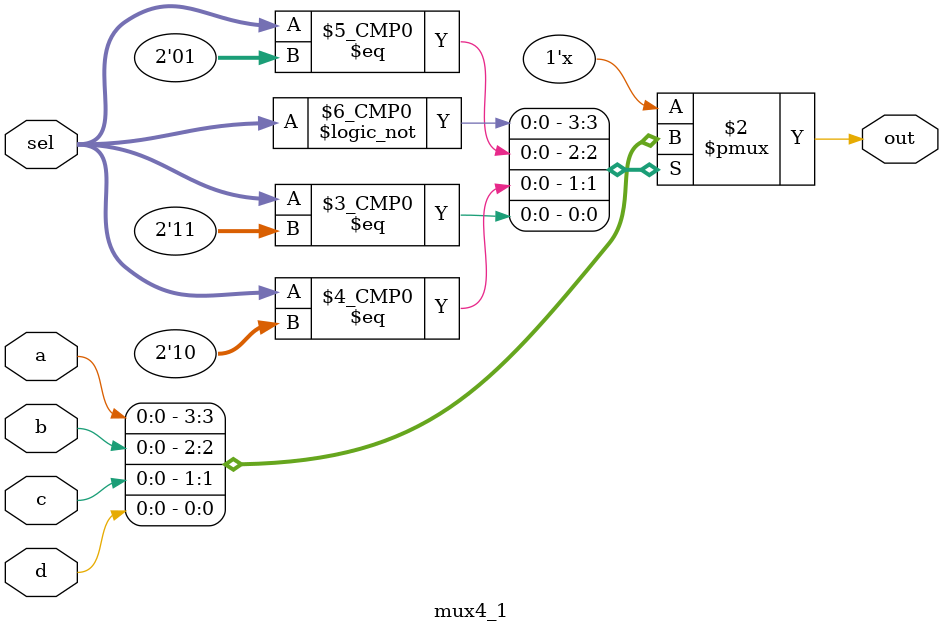
<source format=v>
module mux4_1 (a,b,c,d,sel,out);

	input a;
	input b;
	input c;
	input d;
	
	input [1:0] sel;
	
	output reg out;
	
	always @ (a or b or c or d or sel) begin
		case(sel)
			2'b00: out <= a;
			2'b01: out <= b;
			2'b10: out <= c;
			2'b11: out <= d;
		endcase
	end

endmodule
</source>
